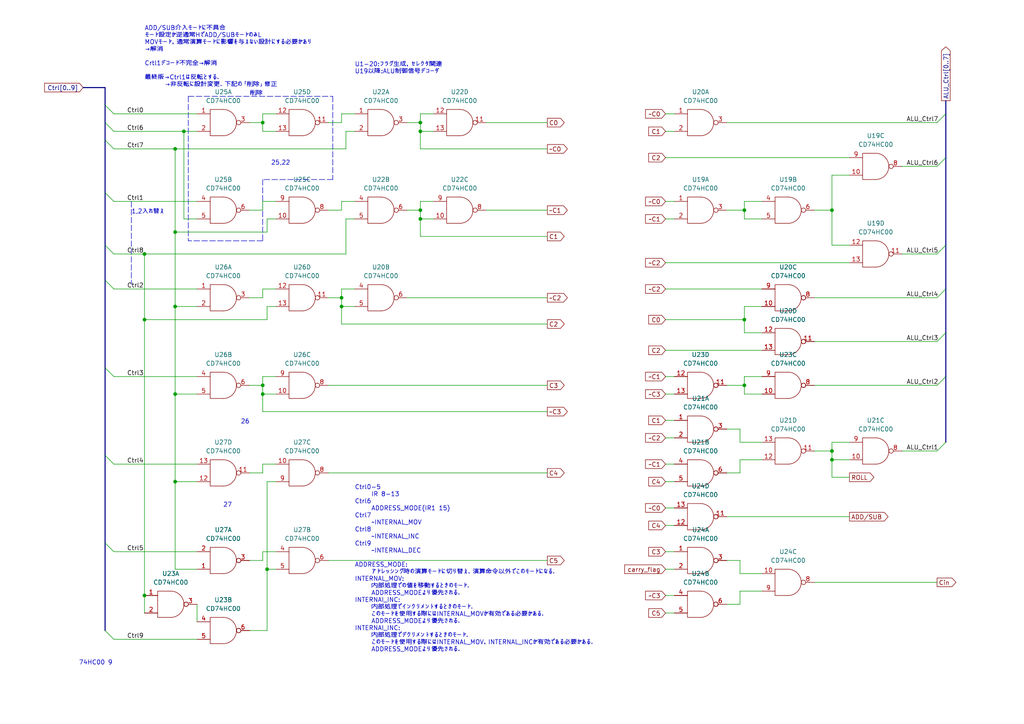
<source format=kicad_sch>
(kicad_sch (version 20211123) (generator eeschema)
  (paper "A4")
  (lib_symbols
    (symbol "CD74HCxx:CD74HC00" (pin_names (offset 0.762))
      (property "Reference" "U" (at -2.54 6.985 0))
      (property "Value" "CD74HC00" (at 1.27 5.08 0))
      (symbol "CD74HC00_0_0"
        (pin power_in line (at -2.54 2.54 0) (length 0) hide (name "VCC") (number "14"))
        (pin power_in line (at -2.54 -2.54 0) (length 0) hide (name "GND") (number "7"))
      )
      (symbol "CD74HC00_0_1"
        (arc (start 0 -3.81) (mid 3.81 0) (end 0 3.81))
        (polyline (pts (xy 0 3.81) (xy -3.81 3.81) (xy -3.81 -3.81) (xy 0 -3.81)))
      )
      (symbol "CD74HC00_0_2"
        (arc (start -4.445 -3.81) (mid -3.175 0) (end -4.445 3.81))
        (arc (start -3.175 -3.81) (mid 0.803 -2.7954) (end 3.81 0))
        (polyline (pts (xy -4.445 -3.81) (xy -3.175 -3.81)))
        (polyline (pts (xy -4.445 3.81) (xy -3.175 3.81)))
        (arc (start 3.81 0) (mid 0.8099 2.8117) (end -3.175 3.81))
      )
      (symbol "CD74HC00_1_1"
        (pin input line (at -7.62 2.54 0) (length 3.81) (name "~") (number "1"))
        (pin input line (at -7.62 -2.54 0) (length 3.81) (name "~") (number "2"))
        (pin output inverted (at 7.62 0 180) (length 3.81) (name "~") (number "3"))
      )
      (symbol "CD74HC00_1_2"
        (pin input inverted (at -7.62 2.54 0) (length 3.81) (name "~") (number "1"))
        (pin input inverted (at -7.62 -2.54 0) (length 3.81) (name "~") (number "2"))
        (pin output line (at 7.62 0 180) (length 3.81) (name "~") (number "3"))
      )
      (symbol "CD74HC00_2_1"
        (pin input line (at -7.62 2.54 0) (length 3.81) (name "~") (number "4"))
        (pin input line (at -7.62 -2.54 0) (length 3.81) (name "~") (number "5"))
        (pin output inverted (at 7.62 0 180) (length 3.81) (name "~") (number "6"))
      )
      (symbol "CD74HC00_2_2"
        (pin input inverted (at -7.62 2.54 0) (length 3.81) (name "~") (number "4"))
        (pin input inverted (at -7.62 -2.54 0) (length 3.81) (name "~") (number "5"))
        (pin output line (at 7.62 0 180) (length 3.81) (name "~") (number "6"))
      )
      (symbol "CD74HC00_3_1"
        (pin input line (at -7.62 -2.54 0) (length 3.81) (name "~") (number "10"))
        (pin output inverted (at 7.62 0 180) (length 3.81) (name "~") (number "8"))
        (pin input line (at -7.62 2.54 0) (length 3.81) (name "~") (number "9"))
      )
      (symbol "CD74HC00_3_2"
        (pin input inverted (at -7.62 -2.54 0) (length 3.81) (name "~") (number "10"))
        (pin output line (at 7.62 0 180) (length 3.81) (name "~") (number "8"))
        (pin input inverted (at -7.62 2.54 0) (length 3.81) (name "~") (number "9"))
      )
      (symbol "CD74HC00_4_1"
        (pin output inverted (at 7.62 0 180) (length 3.81) (name "~") (number "11"))
        (pin input line (at -7.62 2.54 0) (length 3.81) (name "~") (number "12"))
        (pin input line (at -7.62 -2.54 0) (length 3.81) (name "~") (number "13"))
      )
      (symbol "CD74HC00_4_2"
        (pin output line (at 7.62 0 180) (length 3.81) (name "~") (number "11"))
        (pin input inverted (at -7.62 2.54 0) (length 3.81) (name "~") (number "12"))
        (pin input inverted (at -7.62 -2.54 0) (length 3.81) (name "~") (number "13"))
      )
    )
  )
  (junction (at 41.91 172.72))
  (junction (at 77.47 165.1))
  (junction (at 41.91 92.71))
  (junction (at 215.9 92.71))
  (junction (at 121.92 63.5))
  (junction (at 215.9 111.76))
  (junction (at 99.06 86.36))
  (junction (at 241.3 133.35))
  (junction (at 53.34 38.1))
  (junction (at 121.92 60.96))
  (junction (at 241.3 60.96))
  (junction (at 99.06 88.9))
  (junction (at 50.8 88.9))
  (junction (at 215.9 60.96))
  (junction (at 50.8 139.7))
  (junction (at 76.2 111.76))
  (junction (at 50.8 67.31))
  (junction (at 76.2 114.3))
  (junction (at 121.92 35.56))
  (junction (at 50.8 114.3))
  (junction (at 76.2 35.56))
  (junction (at 41.91 73.66))
  (junction (at 241.3 130.81))
  (junction (at 121.92 38.1))
  (junction (at 50.8 43.18))
  (bus_entry (at 30.48 35.56) (size 2.54 2.54))
  (bus_entry (at 30.48 30.48) (size 2.54 2.54))
  (bus_entry (at 30.48 55.88) (size 2.54 2.54))
  (bus_entry (at 271.78 111.76) (size 2.54 -2.54))
  (bus_entry (at 271.78 130.81) (size 2.54 -2.54))
  (bus_entry (at 271.78 86.36) (size 2.54 -2.54))
  (bus_entry (at 271.78 99.06) (size 2.54 -2.54))
  (bus_entry (at 271.78 48.26) (size 2.54 -2.54))
  (bus_entry (at 271.78 73.66) (size 2.54 -2.54))
  (bus_entry (at 271.78 35.56) (size 2.54 -2.54))
  (bus_entry (at 30.48 40.64) (size 2.54 2.54))
  (bus_entry (at 30.48 71.12) (size 2.54 2.54))
  (bus_entry (at 30.48 132.08) (size 2.54 2.54))
  (bus_entry (at 30.48 157.48) (size 2.54 2.54))
  (bus_entry (at 30.48 182.88) (size 2.54 2.54))
  (bus_entry (at 30.48 106.68) (size 2.54 2.54))
  (bus_entry (at 30.48 81.28) (size 2.54 2.54))
  (polyline (pts (xy 38.1 58.42) (xy 38.1 82.55)))
  (wire (pts (xy 118.11 35.56) (xy 121.92 35.56)))
  (wire (pts (xy 33.02 83.82) (xy 57.15 83.82)))
  (wire (pts (xy 220.98 114.3) (xy 215.9 114.3)))
  (wire (pts (xy 99.06 58.42) (xy 102.87 58.42)))
  (bus (pts (xy 274.32 109.22) (xy 274.32 96.52)))
  (wire (pts (xy 193.04 63.5) (xy 195.58 63.5)))
  (wire (pts (xy 140.97 60.96) (xy 158.75 60.96)))
  (wire (pts (xy 193.04 160.02) (xy 195.58 160.02)))
  (bus (pts (xy 30.48 30.48) (xy 30.48 25.4)))
  (wire (pts (xy 118.11 86.36) (xy 158.75 86.36)))
  (wire (pts (xy 236.22 168.91) (xy 271.78 168.91)))
  (wire (pts (xy 33.02 134.62) (xy 57.15 134.62)))
  (wire (pts (xy 76.2 83.82) (xy 80.01 83.82)))
  (wire (pts (xy 246.38 133.35) (xy 241.3 133.35)))
  (wire (pts (xy 214.63 128.27) (xy 220.98 128.27)))
  (wire (pts (xy 41.91 73.66) (xy 100.33 73.66)))
  (wire (pts (xy 236.22 60.96) (xy 241.3 60.96)))
  (wire (pts (xy 215.9 96.52) (xy 215.9 92.71)))
  (wire (pts (xy 80.01 139.7) (xy 77.47 139.7)))
  (wire (pts (xy 210.82 162.56) (xy 214.63 162.56)))
  (wire (pts (xy 241.3 50.8) (xy 241.3 60.96)))
  (wire (pts (xy 50.8 88.9) (xy 50.8 67.31)))
  (wire (pts (xy 214.63 133.35) (xy 220.98 133.35)))
  (wire (pts (xy 158.75 43.18) (xy 121.92 43.18)))
  (wire (pts (xy 33.02 109.22) (xy 57.15 109.22)))
  (wire (pts (xy 215.9 92.71) (xy 215.9 88.9)))
  (wire (pts (xy 241.3 128.27) (xy 246.38 128.27)))
  (wire (pts (xy 100.33 73.66) (xy 100.33 63.5)))
  (wire (pts (xy 214.63 175.26) (xy 214.63 171.45)))
  (wire (pts (xy 95.25 60.96) (xy 99.06 60.96)))
  (wire (pts (xy 76.2 137.16) (xy 76.2 134.62)))
  (wire (pts (xy 193.04 101.6) (xy 220.98 101.6)))
  (wire (pts (xy 76.2 119.38) (xy 76.2 114.3)))
  (wire (pts (xy 121.92 33.02) (xy 125.73 33.02)))
  (wire (pts (xy 76.2 58.42) (xy 80.01 58.42)))
  (polyline (pts (xy 96.52 27.94) (xy 96.52 52.07)))
  (wire (pts (xy 215.9 60.96) (xy 215.9 58.42)))
  (wire (pts (xy 33.02 33.02) (xy 57.15 33.02)))
  (wire (pts (xy 215.9 63.5) (xy 215.9 60.96)))
  (wire (pts (xy 193.04 58.42) (xy 195.58 58.42)))
  (wire (pts (xy 50.8 139.7) (xy 57.15 139.7)))
  (bus (pts (xy 274.32 33.02) (xy 274.32 29.21)))
  (wire (pts (xy 33.02 43.18) (xy 50.8 43.18)))
  (wire (pts (xy 99.06 83.82) (xy 99.06 86.36)))
  (wire (pts (xy 41.91 92.71) (xy 41.91 73.66)))
  (wire (pts (xy 210.82 35.56) (xy 271.78 35.56)))
  (wire (pts (xy 72.39 86.36) (xy 76.2 86.36)))
  (bus (pts (xy 30.48 25.4) (xy 24.13 25.4)))
  (bus (pts (xy 30.48 157.48) (xy 30.48 182.88)))
  (wire (pts (xy 53.34 63.5) (xy 57.15 63.5)))
  (wire (pts (xy 76.2 109.22) (xy 80.01 109.22)))
  (wire (pts (xy 50.8 67.31) (xy 50.8 43.18)))
  (bus (pts (xy 30.48 157.48) (xy 30.48 132.08)))
  (wire (pts (xy 53.34 38.1) (xy 57.15 38.1)))
  (wire (pts (xy 158.75 68.58) (xy 121.92 68.58)))
  (wire (pts (xy 80.01 88.9) (xy 77.47 88.9)))
  (wire (pts (xy 220.98 96.52) (xy 215.9 96.52)))
  (polyline (pts (xy 54.61 27.94) (xy 54.61 69.85)))
  (wire (pts (xy 95.25 162.56) (xy 158.75 162.56)))
  (wire (pts (xy 214.63 162.56) (xy 214.63 166.37)))
  (wire (pts (xy 33.02 185.42) (xy 57.15 185.42)))
  (wire (pts (xy 121.92 63.5) (xy 121.92 60.96)))
  (wire (pts (xy 261.62 48.26) (xy 271.78 48.26)))
  (wire (pts (xy 215.9 111.76) (xy 215.9 109.22)))
  (wire (pts (xy 80.01 63.5) (xy 77.47 63.5)))
  (wire (pts (xy 158.75 35.56) (xy 140.97 35.56)))
  (wire (pts (xy 121.92 60.96) (xy 121.92 58.42)))
  (wire (pts (xy 50.8 88.9) (xy 57.15 88.9)))
  (wire (pts (xy 99.06 83.82) (xy 102.87 83.82)))
  (wire (pts (xy 215.9 88.9) (xy 220.98 88.9)))
  (wire (pts (xy 261.62 73.66) (xy 271.78 73.66)))
  (wire (pts (xy 210.82 137.16) (xy 214.63 137.16)))
  (polyline (pts (xy 96.52 52.07) (xy 76.2 52.07)))
  (bus (pts (xy 30.48 40.64) (xy 30.48 35.56)))
  (bus (pts (xy 30.48 81.28) (xy 30.48 71.12)))
  (bus (pts (xy 30.48 106.68) (xy 30.48 81.28)))
  (bus (pts (xy 30.48 55.88) (xy 30.48 71.12)))
  (wire (pts (xy 236.22 99.06) (xy 271.78 99.06)))
  (wire (pts (xy 193.04 127) (xy 195.58 127)))
  (wire (pts (xy 33.02 160.02) (xy 57.15 160.02)))
  (wire (pts (xy 193.04 38.1) (xy 195.58 38.1)))
  (wire (pts (xy 193.04 45.72) (xy 246.38 45.72)))
  (wire (pts (xy 50.8 165.1) (xy 50.8 139.7)))
  (wire (pts (xy 261.62 130.81) (xy 271.78 130.81)))
  (wire (pts (xy 210.82 124.46) (xy 214.63 124.46)))
  (wire (pts (xy 72.39 111.76) (xy 76.2 111.76)))
  (polyline (pts (xy 76.2 52.07) (xy 76.2 69.85)))
  (wire (pts (xy 210.82 111.76) (xy 215.9 111.76)))
  (wire (pts (xy 236.22 130.81) (xy 241.3 130.81)))
  (bus (pts (xy 30.48 40.64) (xy 30.48 55.88)))
  (wire (pts (xy 121.92 35.56) (xy 121.92 33.02)))
  (wire (pts (xy 214.63 171.45) (xy 220.98 171.45)))
  (wire (pts (xy 193.04 76.2) (xy 246.38 76.2)))
  (wire (pts (xy 77.47 165.1) (xy 80.01 165.1)))
  (bus (pts (xy 274.32 83.82) (xy 274.32 71.12)))
  (wire (pts (xy 215.9 109.22) (xy 220.98 109.22)))
  (polyline (pts (xy 54.61 27.94) (xy 96.52 27.94)))
  (wire (pts (xy 76.2 35.56) (xy 76.2 33.02)))
  (wire (pts (xy 57.15 175.26) (xy 57.15 180.34)))
  (wire (pts (xy 50.8 114.3) (xy 57.15 114.3)))
  (wire (pts (xy 193.04 121.92) (xy 195.58 121.92)))
  (wire (pts (xy 99.06 60.96) (xy 99.06 58.42)))
  (wire (pts (xy 76.2 86.36) (xy 76.2 83.82)))
  (wire (pts (xy 77.47 165.1) (xy 77.47 182.88)))
  (wire (pts (xy 241.3 130.81) (xy 241.3 128.27)))
  (wire (pts (xy 102.87 88.9) (xy 99.06 88.9)))
  (wire (pts (xy 193.04 139.7) (xy 195.58 139.7)))
  (wire (pts (xy 76.2 114.3) (xy 76.2 111.76)))
  (wire (pts (xy 193.04 134.62) (xy 195.58 134.62)))
  (wire (pts (xy 214.63 124.46) (xy 214.63 128.27)))
  (bus (pts (xy 274.32 71.12) (xy 274.32 45.72)))
  (wire (pts (xy 193.04 114.3) (xy 195.58 114.3)))
  (wire (pts (xy 100.33 63.5) (xy 102.87 63.5)))
  (wire (pts (xy 99.06 86.36) (xy 99.06 88.9)))
  (bus (pts (xy 274.32 96.52) (xy 274.32 83.82)))
  (wire (pts (xy 210.82 149.86) (xy 246.38 149.86)))
  (bus (pts (xy 30.48 35.56) (xy 30.48 30.48)))
  (wire (pts (xy 220.98 63.5) (xy 215.9 63.5)))
  (wire (pts (xy 76.2 160.02) (xy 80.01 160.02)))
  (wire (pts (xy 236.22 111.76) (xy 271.78 111.76)))
  (wire (pts (xy 72.39 60.96) (xy 76.2 60.96)))
  (wire (pts (xy 76.2 33.02) (xy 80.01 33.02)))
  (wire (pts (xy 193.04 165.1) (xy 195.58 165.1)))
  (wire (pts (xy 121.92 38.1) (xy 121.92 35.56)))
  (wire (pts (xy 77.47 139.7) (xy 77.47 165.1)))
  (wire (pts (xy 95.25 35.56) (xy 99.06 35.56)))
  (wire (pts (xy 193.04 83.82) (xy 220.98 83.82)))
  (wire (pts (xy 76.2 111.76) (xy 76.2 109.22)))
  (wire (pts (xy 125.73 63.5) (xy 121.92 63.5)))
  (wire (pts (xy 77.47 63.5) (xy 77.47 67.31)))
  (wire (pts (xy 246.38 138.43) (xy 241.3 138.43)))
  (wire (pts (xy 193.04 109.22) (xy 195.58 109.22)))
  (wire (pts (xy 95.25 137.16) (xy 158.75 137.16)))
  (wire (pts (xy 72.39 35.56) (xy 76.2 35.56)))
  (wire (pts (xy 80.01 38.1) (xy 76.2 38.1)))
  (wire (pts (xy 77.47 92.71) (xy 41.91 92.71)))
  (wire (pts (xy 53.34 38.1) (xy 53.34 63.5)))
  (wire (pts (xy 76.2 134.62) (xy 80.01 134.62)))
  (wire (pts (xy 158.75 93.98) (xy 99.06 93.98)))
  (wire (pts (xy 241.3 138.43) (xy 241.3 133.35)))
  (wire (pts (xy 99.06 35.56) (xy 99.06 33.02)))
  (wire (pts (xy 121.92 43.18) (xy 121.92 38.1)))
  (wire (pts (xy 121.92 68.58) (xy 121.92 63.5)))
  (wire (pts (xy 95.25 86.36) (xy 99.06 86.36)))
  (wire (pts (xy 76.2 38.1) (xy 76.2 35.56)))
  (wire (pts (xy 210.82 175.26) (xy 214.63 175.26)))
  (wire (pts (xy 193.04 152.4) (xy 195.58 152.4)))
  (bus (pts (xy 30.48 132.08) (xy 30.48 106.68)))
  (wire (pts (xy 77.47 67.31) (xy 50.8 67.31)))
  (wire (pts (xy 193.04 172.72) (xy 195.58 172.72)))
  (wire (pts (xy 33.02 38.1) (xy 53.34 38.1)))
  (wire (pts (xy 41.91 177.8) (xy 41.91 172.72)))
  (wire (pts (xy 236.22 86.36) (xy 271.78 86.36)))
  (wire (pts (xy 33.02 58.42) (xy 57.15 58.42)))
  (wire (pts (xy 50.8 139.7) (xy 50.8 114.3)))
  (wire (pts (xy 76.2 162.56) (xy 76.2 160.02)))
  (wire (pts (xy 33.02 73.66) (xy 41.91 73.66)))
  (wire (pts (xy 215.9 58.42) (xy 220.98 58.42)))
  (wire (pts (xy 241.3 60.96) (xy 241.3 71.12)))
  (wire (pts (xy 100.33 38.1) (xy 102.87 38.1)))
  (wire (pts (xy 193.04 33.02) (xy 195.58 33.02)))
  (wire (pts (xy 77.47 88.9) (xy 77.47 92.71)))
  (polyline (pts (xy 76.2 69.85) (xy 54.61 69.85)))
  (wire (pts (xy 214.63 166.37) (xy 220.98 166.37)))
  (wire (pts (xy 210.82 60.96) (xy 215.9 60.96)))
  (wire (pts (xy 241.3 71.12) (xy 246.38 71.12)))
  (wire (pts (xy 121.92 58.42) (xy 125.73 58.42)))
  (wire (pts (xy 95.25 111.76) (xy 158.75 111.76)))
  (wire (pts (xy 50.8 114.3) (xy 50.8 88.9)))
  (wire (pts (xy 80.01 114.3) (xy 76.2 114.3)))
  (wire (pts (xy 50.8 43.18) (xy 100.33 43.18)))
  (wire (pts (xy 72.39 182.88) (xy 77.47 182.88)))
  (wire (pts (xy 193.04 92.71) (xy 215.9 92.71)))
  (wire (pts (xy 57.15 165.1) (xy 50.8 165.1)))
  (wire (pts (xy 193.04 147.32) (xy 195.58 147.32)))
  (wire (pts (xy 118.11 60.96) (xy 121.92 60.96)))
  (wire (pts (xy 99.06 33.02) (xy 102.87 33.02)))
  (wire (pts (xy 214.63 137.16) (xy 214.63 133.35)))
  (wire (pts (xy 246.38 50.8) (xy 241.3 50.8)))
  (wire (pts (xy 41.91 172.72) (xy 41.91 92.71)))
  (wire (pts (xy 241.3 133.35) (xy 241.3 130.81)))
  (wire (pts (xy 100.33 43.18) (xy 100.33 38.1)))
  (wire (pts (xy 72.39 137.16) (xy 76.2 137.16)))
  (wire (pts (xy 76.2 60.96) (xy 76.2 58.42)))
  (wire (pts (xy 215.9 114.3) (xy 215.9 111.76)))
  (wire (pts (xy 72.39 162.56) (xy 76.2 162.56)))
  (bus (pts (xy 274.32 45.72) (xy 274.32 33.02)))
  (wire (pts (xy 193.04 177.8) (xy 195.58 177.8)))
  (bus (pts (xy 274.32 128.27) (xy 274.32 109.22)))
  (wire (pts (xy 125.73 38.1) (xy 121.92 38.1)))
  (wire (pts (xy 158.75 119.38) (xy 76.2 119.38)))
  (wire (pts (xy 99.06 88.9) (xy 99.06 93.98)))
  (text "74HC00 9" (at 22.86 193.04 0) (effects (font (size 1.27 1.27)) (justify left bottom)))
  (text "26" (at 69.8068 123.1366 0) (effects (font (size 1.27 1.27)) (justify left bottom)))
  (text "1,2入れ替え" (at 38.1 62.23 0) (effects (font (size 1.27 1.27)) (justify left bottom)))
  (text "ADD/SUB介入モードに不具合\nモード設定が逆通常HでADD/SUBモードのみL\nMOVモード，通常演算モードに影響を与えない設計にする必要があり\n→解消\n\nCrtl1デコード不完全→解消\n\n最終版→Ctrl1は反転とする．\n      →非反転に設計変更．下記の「削除」修正" (at 41.91 25.4 0) (effects (font (size 1.27 1.27)) (justify left bottom)))
  (text "27" (at 64.7071 147.3051 0) (effects (font (size 1.27 1.27)) (justify left bottom)))
  (text "Ctrl0-5\n	IR 8-13\nCtrl6\n	ADDRESS_MODE(IR1 15)\nCtrl7\n	~INTERNAL_MOV\nCtrl8\n	~INTERNAL_INC\nCtrl9\n	~INTERNAL_DEC\n\nADDRESS_MODE:\n	アドレッシング時の演算モードに切り替え．演算命令以外でこのモードになる．\nINTERNAL_MOV:\n	内部処理での値を移動するときのモード．\n	ADDRESS_MODEより優先される．\nINTERNAI_INC:\n	内部処理でインクリメントするときのモード．\n	このモードを使用する際にはINTERNAL_MOVが有効である必要がある．\n	ADDRESS_MODEより優先される．\nINTERNAI_INC:\n	内部処理でデクリメントするときのモード．\n	このモードを使用する際にはINTERNAL_MOV，INTERNAL_INCが有効である必要がある．\n	ADDRESS_MODEより優先される．" (at 102.87 189.23 0) (effects (font (size 1.27 1.27)) (justify left bottom)))
  (text "削除" (at 72.39 27.94 0) (effects (font (size 1.27 1.27)) (justify left bottom)))
  (text "25,22" (at 78.5782 48.0854 0) (effects (font (size 1.27 1.27)) (justify left bottom)))
  (text "U1-20:フラグ生成，セレクタ関連\nU19以降:ALU制御信号デコーダ" (at 102.87 21.59 0) (effects (font (size 1.27 1.27)) (justify left bottom)))
  (label "ALU_Ctrl6" (at 262.89 48.26 0))
  (label "ALU_Ctrl2" (at 262.89 111.76 0))
  (label "ALU_Ctrl5" (at 262.89 73.66 0))
  (label "Ctrl5" (at 36.83 160.02 0))
  (label "Ctrl6" (at 36.83 38.1 0))
  (label "Ctrl4" (at 36.83 134.62 0))
  (label "ALU_Ctrl7" (at 262.89 35.56 0))
  (label "Ctrl9" (at 36.83 185.42 0))
  (label "ALU_Ctrl1" (at 262.89 130.81 0))
  (label "Ctrl3" (at 36.83 109.22 0))
  (label "Ctrl7" (at 36.83 43.18 0))
  (label "Ctrl0" (at 36.83 33.02 0))
  (label "ALU_Ctrl4" (at 262.89 86.36 0))
  (label "Ctrl1" (at 36.83 58.42 0))
  (label "Ctrl8" (at 36.83 73.66 0))
  (label "ALU_Ctrl3" (at 262.89 99.06 0))
  (label "Ctrl2" (at 36.83 83.82 0))
  (global_label "~C2" (shape input) (at 193.04 83.82 180) (property "Intersheet References" "${INTERSHEET_REFS}" (effects hide)))
  (global_label "C4" (shape input) (at 193.04 152.4 180) (property "Intersheet References" "${INTERSHEET_REFS}" (effects hide)))
  (global_label "~C1" (shape input) (at 193.04 134.62 180) (property "Intersheet References" "${INTERSHEET_REFS}" (effects hide)))
  (global_label "Cin" (shape output) (at 271.78 168.91 0) (property "Intersheet References" "${INTERSHEET_REFS}" (effects hide)))
  (global_label "C1" (shape input) (at 193.04 121.92 180) (property "Intersheet References" "${INTERSHEET_REFS}" (effects hide)))
  (global_label "C3" (shape output) (at 158.75 111.76 0) (property "Intersheet References" "${INTERSHEET_REFS}" (effects hide)))
  (global_label "ROLL" (shape output) (at 246.38 138.43 0) (property "Intersheet References" "${INTERSHEET_REFS}" (effects hide)))
  (global_label "~C1" (shape output) (at 158.75 60.96 0) (property "Intersheet References" "${INTERSHEET_REFS}" (effects hide)))
  (global_label "ALU_Ctrl[0..7]" (shape output) (at 274.32 29.21 90) (property "シート間のリファレンス" "${INTERSHEET_REFS}" (effects hide)))
  (global_label "C4" (shape input) (at 193.04 139.7 180) (property "Intersheet References" "${INTERSHEET_REFS}" (effects hide)))
  (global_label "~C1" (shape input) (at 193.04 63.5 180) (property "Intersheet References" "${INTERSHEET_REFS}" (effects hide)))
  (global_label "~C2" (shape output) (at 158.75 86.36 0) (property "Intersheet References" "${INTERSHEET_REFS}" (effects hide)))
  (global_label "C5" (shape output) (at 158.75 162.56 0) (property "Intersheet References" "${INTERSHEET_REFS}" (effects hide)))
  (global_label "~C2" (shape input) (at 193.04 76.2 180) (property "Intersheet References" "${INTERSHEET_REFS}" (effects hide)))
  (global_label "~C0" (shape input) (at 193.04 147.32 180) (property "Intersheet References" "${INTERSHEET_REFS}" (effects hide)))
  (global_label "C3" (shape input) (at 193.04 160.02 180) (property "Intersheet References" "${INTERSHEET_REFS}" (effects hide)))
  (global_label "~C3" (shape input) (at 193.04 114.3 180) (property "Intersheet References" "${INTERSHEET_REFS}" (effects hide)))
  (global_label "C0" (shape output) (at 158.75 35.56 0) (property "Intersheet References" "${INTERSHEET_REFS}" (effects hide)))
  (global_label "~C2" (shape input) (at 193.04 127 180) (property "Intersheet References" "${INTERSHEET_REFS}" (effects hide)))
  (global_label "~C3" (shape output) (at 158.75 119.38 0) (property "Intersheet References" "${INTERSHEET_REFS}" (effects hide)))
  (global_label "C2" (shape input) (at 193.04 45.72 180) (property "Intersheet References" "${INTERSHEET_REFS}" (effects hide)))
  (global_label "Ctrl[0..9]" (shape input) (at 24.13 25.4 180) (property "Intersheet References" "${INTERSHEET_REFS}" (effects hide)))
  (global_label "~C0" (shape input) (at 193.04 33.02 180) (property "Intersheet References" "${INTERSHEET_REFS}" (effects hide)))
  (global_label "C2" (shape input) (at 193.04 101.6 180) (property "Intersheet References" "${INTERSHEET_REFS}" (effects hide)))
  (global_label "~C3" (shape input) (at 193.04 172.72 180) (property "Intersheet References" "${INTERSHEET_REFS}" (effects hide)))
  (global_label "C0" (shape input) (at 193.04 92.71 180) (property "Intersheet References" "${INTERSHEET_REFS}" (effects hide)))
  (global_label "ADD{slash}SUB" (shape output) (at 246.38 149.86 0) (property "Intersheet References" "${INTERSHEET_REFS}" (effects hide)))
  (global_label "carry_flag" (shape input) (at 193.04 165.1 180) (property "Intersheet References" "${INTERSHEET_REFS}" (effects hide)))
  (global_label "~C0" (shape output) (at 158.75 43.18 0) (property "Intersheet References" "${INTERSHEET_REFS}" (effects hide)))
  (global_label "C1" (shape input) (at 193.04 38.1 180) (property "Intersheet References" "${INTERSHEET_REFS}" (effects hide)))
  (global_label "~C1" (shape input) (at 193.04 109.22 180) (property "Intersheet References" "${INTERSHEET_REFS}" (effects hide)))
  (global_label "C5" (shape input) (at 193.04 177.8 180) (property "Intersheet References" "${INTERSHEET_REFS}" (effects hide)))
  (global_label "C4" (shape output) (at 158.75 137.16 0) (property "Intersheet References" "${INTERSHEET_REFS}" (effects hide)))
  (global_label "C2" (shape output) (at 158.75 93.98 0) (property "Intersheet References" "${INTERSHEET_REFS}" (effects hide)))
  (global_label "C1" (shape output) (at 158.75 68.58 0) (property "Intersheet References" "${INTERSHEET_REFS}" (effects hide)))
  (global_label "~C0" (shape input) (at 193.04 58.42 180) (property "Intersheet References" "${INTERSHEET_REFS}" (effects hide)))
  (symbol (lib_id "CD74HCxx:CD74HC00") (at 87.63 60.96 0) (unit 3)
    (property "Reference" "U25" (at 87.63 52.07 0))
    (property "Value" "CD74HC00" (at 87.63 54.61 0))
    (property "Footprint" "Package_DIP:DIP-14_W7.62mm" (effects hide))
  )
  (symbol (lib_id "CD74HCxx:CD74HC00") (at 87.63 35.56 0) (unit 4)
    (property "Reference" "U25" (at 87.63 26.67 0))
    (property "Value" "CD74HC00" (at 87.63 29.21 0))
    (property "Footprint" "Package_DIP:DIP-14_W7.62mm" (effects hide))
  )
  (symbol (lib_id "CD74HCxx:CD74HC00") (at 228.6 86.36 0) (unit 3)
    (property "Reference" "U20" (at 228.6 77.47 0))
    (property "Value" "CD74HC00" (at 228.6 80.01 0))
    (property "Footprint" "Package_DIP:DIP-14_W7.62mm" (effects hide))
  )
  (symbol (lib_id "CD74HCxx:CD74HC00") (at 49.53 175.26 0) (unit 1)
    (property "Reference" "U23" (at 49.53 166.37 0))
    (property "Value" "CD74HC00" (at 49.53 168.91 0))
    (property "Footprint" "Package_DIP:DIP-14_W7.62mm" (effects hide))
  )
  (symbol (lib_id "CD74HCxx:CD74HC00") (at 87.63 162.56 0) (unit 2)
    (property "Reference" "U27" (at 87.63 153.67 0))
    (property "Value" "CD74HC00" (at 87.63 156.21 0))
    (property "Footprint" "Package_DIP:DIP-14_W7.62mm" (effects hide))
  )
  (symbol (lib_id "CD74HCxx:CD74HC00") (at 203.2 60.96 0) (unit 1)
    (property "Reference" "U19" (at 203.2 52.07 0))
    (property "Value" "CD74HC00" (at 203.2 54.61 0))
    (property "Footprint" "Package_DIP:DIP-14_W7.62mm" (effects hide))
  )
  (symbol (lib_id "CD74HCxx:CD74HC00") (at 203.2 137.16 0) (unit 2)
    (property "Reference" "U21" (at 203.2 128.27 0))
    (property "Value" "CD74HC00" (at 203.2 130.81 0))
    (property "Footprint" "Package_DIP:DIP-14_W7.62mm" (effects hide))
  )
  (symbol (lib_id "CD74HCxx:CD74HC00") (at 203.2 149.86 0) (mirror x) (unit 4)
    (property "Reference" "U24" (at 203.2 140.97 0))
    (property "Value" "CD74HC00" (at 203.2 143.51 0))
    (property "Footprint" "Package_DIP:DIP-14_W7.62mm" (effects hide))
  )
  (symbol (lib_id "CD74HCxx:CD74HC00") (at 203.2 175.26 0) (unit 2)
    (property "Reference" "U24" (at 203.2 166.37 0))
    (property "Value" "CD74HC00" (at 203.2 168.91 0))
    (property "Footprint" "Package_DIP:DIP-14_W7.62mm" (effects hide))
  )
  (symbol (lib_id "CD74HCxx:CD74HC00") (at 203.2 35.56 0) (unit 1)
    (property "Reference" "U20" (at 203.2 26.67 0))
    (property "Value" "CD74HC00" (at 203.2 29.21 0))
    (property "Footprint" "Package_DIP:DIP-14_W7.62mm" (effects hide))
  )
  (symbol (lib_id "CD74HCxx:CD74HC00") (at 203.2 111.76 0) (unit 4)
    (property "Reference" "U23" (at 203.2 102.87 0))
    (property "Value" "CD74HC00" (at 203.2 105.41 0))
    (property "Footprint" "Package_DIP:DIP-14_W7.62mm" (effects hide))
  )
  (symbol (lib_id "CD74HCxx:CD74HC00") (at 87.63 137.16 0) (mirror x) (unit 3)
    (property "Reference" "U27" (at 87.63 128.27 0))
    (property "Value" "CD74HC00" (at 87.63 130.81 0))
    (property "Footprint" "Package_DIP:DIP-14_W7.62mm" (effects hide))
  )
  (symbol (lib_id "CD74HCxx:CD74HC00") (at 64.77 137.16 0) (mirror x) (unit 4)
    (property "Reference" "U27" (at 64.77 128.27 0))
    (property "Value" "CD74HC00" (at 64.77 130.81 0))
    (property "Footprint" "Package_DIP:DIP-14_W7.62mm" (effects hide))
  )
  (symbol (lib_id "CD74HCxx:CD74HC00") (at 228.6 60.96 0) (unit 2)
    (property "Reference" "U19" (at 228.6 52.07 0))
    (property "Value" "CD74HC00" (at 228.6 54.61 0))
    (property "Footprint" "Package_DIP:DIP-14_W7.62mm" (effects hide))
  )
  (symbol (lib_id "CD74HCxx:CD74HC00") (at 87.63 111.76 0) (unit 3)
    (property "Reference" "U26" (at 87.63 102.87 0))
    (property "Value" "CD74HC00" (at 87.63 105.41 0))
    (property "Footprint" "Package_DIP:DIP-14_W7.62mm" (effects hide))
  )
  (symbol (lib_id "CD74HCxx:CD74HC00") (at 228.6 99.06 0) (unit 4)
    (property "Reference" "U20" (at 228.6 90.17 0))
    (property "Value" "CD74HC00" (at 228.6 92.71 0))
    (property "Footprint" "Package_DIP:DIP-14_W7.62mm" (effects hide))
  )
  (symbol (lib_id "CD74HCxx:CD74HC00") (at 64.77 111.76 0) (unit 2)
    (property "Reference" "U26" (at 64.77 102.87 0))
    (property "Value" "CD74HC00" (at 64.77 105.41 0))
    (property "Footprint" "Package_DIP:DIP-14_W7.62mm" (effects hide))
  )
  (symbol (lib_id "CD74HCxx:CD74HC00") (at 64.77 162.56 0) (mirror x) (unit 1)
    (property "Reference" "U27" (at 64.77 153.67 0))
    (property "Value" "CD74HC00" (at 64.77 156.21 0))
    (property "Footprint" "Package_DIP:DIP-14_W7.62mm" (effects hide))
  )
  (symbol (lib_id "CD74HCxx:CD74HC00") (at 228.6 168.91 0) (mirror x) (unit 3)
    (property "Reference" "U24" (at 228.6 160.02 0))
    (property "Value" "CD74HC00" (at 228.6 162.56 0))
    (property "Footprint" "Package_DIP:DIP-14_W7.62mm" (effects hide))
  )
  (symbol (lib_id "CD74HCxx:CD74HC00") (at 254 73.66 0) (unit 4)
    (property "Reference" "U19" (at 254 64.77 0))
    (property "Value" "CD74HC00" (at 254 67.31 0))
    (property "Footprint" "Package_DIP:DIP-14_W7.62mm" (effects hide))
  )
  (symbol (lib_id "CD74HCxx:CD74HC00") (at 64.77 35.56 0) (unit 1)
    (property "Reference" "U25" (at 64.77 26.67 0))
    (property "Value" "CD74HC00" (at 64.77 29.21 0))
    (property "Footprint" "Package_DIP:DIP-14_W7.62mm" (effects hide))
  )
  (symbol (lib_id "CD74HCxx:CD74HC00") (at 203.2 124.46 0) (unit 1)
    (property "Reference" "U21" (at 203.2 115.57 0))
    (property "Value" "CD74HC00" (at 203.2 118.11 0))
    (property "Footprint" "Package_DIP:DIP-14_W7.62mm" (effects hide))
  )
  (symbol (lib_id "CD74HCxx:CD74HC00") (at 64.77 60.96 0) (unit 2)
    (property "Reference" "U25" (at 64.77 52.07 0))
    (property "Value" "CD74HC00" (at 64.77 54.61 0))
    (property "Footprint" "Package_DIP:DIP-14_W7.62mm" (effects hide))
  )
  (symbol (lib_id "CD74HCxx:CD74HC00") (at 110.49 35.56 0) (unit 1)
    (property "Reference" "U22" (at 110.49 26.67 0))
    (property "Value" "CD74HC00" (at 110.49 29.21 0))
    (property "Footprint" "Package_DIP:DIP-14_W7.62mm" (effects hide))
  )
  (symbol (lib_id "CD74HCxx:CD74HC00") (at 203.2 162.56 0) (unit 1)
    (property "Reference" "U24" (at 203.2 153.67 0))
    (property "Value" "CD74HC00" (at 203.2 156.21 0))
    (property "Footprint" "Package_DIP:DIP-14_W7.62mm" (effects hide))
  )
  (symbol (lib_id "CD74HCxx:CD74HC00") (at 64.77 182.88 0) (unit 2)
    (property "Reference" "U23" (at 64.77 173.99 0))
    (property "Value" "CD74HC00" (at 64.77 176.53 0))
    (property "Footprint" "Package_DIP:DIP-14_W7.62mm" (effects hide))
  )
  (symbol (lib_id "CD74HCxx:CD74HC00") (at 64.77 86.36 0) (unit 1)
    (property "Reference" "U26" (at 64.77 77.47 0))
    (property "Value" "CD74HC00" (at 64.77 80.01 0))
    (property "Footprint" "Package_DIP:DIP-14_W7.62mm" (effects hide))
  )
  (symbol (lib_id "CD74HCxx:CD74HC00") (at 254 130.81 0) (unit 3)
    (property "Reference" "U21" (at 254 121.92 0))
    (property "Value" "CD74HC00" (at 254 124.46 0))
    (property "Footprint" "Package_DIP:DIP-14_W7.62mm" (effects hide))
  )
  (symbol (lib_id "CD74HCxx:CD74HC00") (at 133.35 35.56 0) (unit 4)
    (property "Reference" "U22" (at 133.35 26.67 0))
    (property "Value" "CD74HC00" (at 133.35 29.21 0))
    (property "Footprint" "Package_DIP:DIP-14_W7.62mm" (effects hide))
  )
  (symbol (lib_id "CD74HCxx:CD74HC00") (at 133.35 60.96 0) (unit 3)
    (property "Reference" "U22" (at 133.35 52.07 0))
    (property "Value" "CD74HC00" (at 133.35 54.61 0))
    (property "Footprint" "Package_DIP:DIP-14_W7.62mm" (effects hide))
  )
  (symbol (lib_id "CD74HCxx:CD74HC00") (at 87.63 86.36 0) (unit 4)
    (property "Reference" "U26" (at 87.63 77.47 0))
    (property "Value" "CD74HC00" (at 87.63 80.01 0))
    (property "Footprint" "Package_DIP:DIP-14_W7.62mm" (effects hide))
  )
  (symbol (lib_id "CD74HCxx:CD74HC00") (at 254 48.26 0) (unit 3)
    (property "Reference" "U19" (at 254 39.37 0))
    (property "Value" "CD74HC00" (at 254 41.91 0))
    (property "Footprint" "Package_DIP:DIP-14_W7.62mm" (effects hide))
  )
  (symbol (lib_id "CD74HCxx:CD74HC00") (at 110.49 60.96 0) (unit 2)
    (property "Reference" "U22" (at 110.49 52.07 0))
    (property "Value" "CD74HC00" (at 110.49 54.61 0))
    (property "Footprint" "Package_DIP:DIP-14_W7.62mm" (effects hide))
  )
  (symbol (lib_id "CD74HCxx:CD74HC00") (at 228.6 130.81 0) (mirror x) (unit 4)
    (property "Reference" "U21" (at 228.6 121.92 0))
    (property "Value" "CD74HC00" (at 228.6 124.46 0))
    (property "Footprint" "Package_DIP:DIP-14_W7.62mm" (effects hide))
  )
  (symbol (lib_id "CD74HCxx:CD74HC00") (at 110.49 86.36 0) (unit 2)
    (property "Reference" "U20" (at 110.49 77.47 0))
    (property "Value" "CD74HC00" (at 110.49 80.01 0))
    (property "Footprint" "Package_DIP:DIP-14_W7.62mm" (effects hide))
  )
  (symbol (lib_id "CD74HCxx:CD74HC00") (at 228.6 111.76 0) (unit 3)
    (property "Reference" "U23" (at 228.6 102.87 0))
    (property "Value" "CD74HC00" (at 228.6 105.41 0))
    (property "Footprint" "Package_DIP:DIP-14_W7.62mm" (effects hide))
  )
)
</source>
